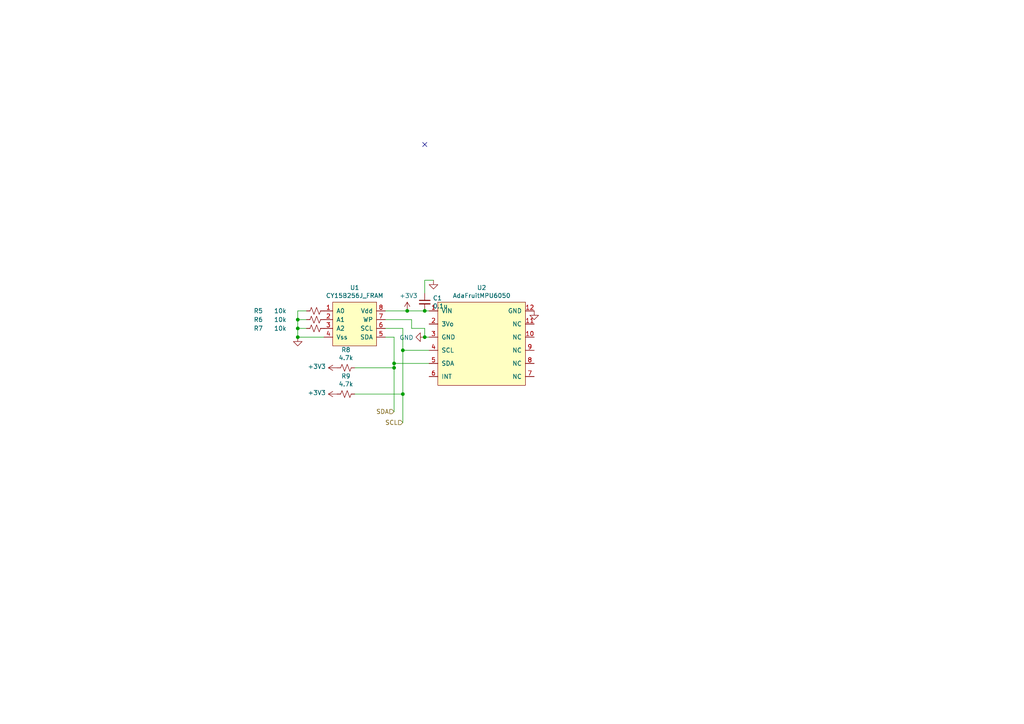
<source format=kicad_sch>
(kicad_sch (version 20231120) (generator "eeschema") (generator_version "8.0")
  (paper "A4")
  (title_block (title "Avionics Board") (rev "A") (company "SilverSat Limited"))
  (lib_symbols
    (symbol "Device:C_Small" (pin_numbers hide) (pin_names (offset 0.254) hide)
      (property "Reference" "C" (at 0.254 1.778 0))
      (property "Value" "C_Small" (at 0.254 -2.032 0))
      (symbol "C_Small_0_1"
        (polyline (pts (xy -1.524 -0.508) (xy 1.524 -0.508)) (stroke (width 0.3302)))
        (polyline (pts (xy -1.524 0.508) (xy 1.524 0.508)) (stroke (width 0.3048)))
      )
      (symbol "C_Small_1_1"
        (pin passive line (at 0 2.54 270) (length 2.032) (name "~") (number "1"))
        (pin passive line (at 0 -2.54 90) (length 2.032) (name "~") (number "2"))
      )
    )
    (symbol "Device:R_Small_US" (pin_numbers hide) (pin_names (offset 0.254) hide)
      (property "Reference" "R" (at 0.762 0.508 0))
      (property "Value" "R_Small_US" (at 0.762 -1.016 0))
      (symbol "R_Small_US_1_1"
        (polyline (pts (xy 0 0) (xy 1.016 -0.381) (xy 0 -0.762) (xy -1.016 -1.143) (xy 0 -1.524)))
        (polyline (pts (xy 0 1.524) (xy 1.016 1.143) (xy 0 0.762) (xy -1.016 0.381) (xy 0 0)))
        (pin passive line (at 0 2.54 270) (length 1.016) (name "~") (number "1"))
        (pin passive line (at 0 -2.54 90) (length 1.016) (name "~") (number "2"))
      )
    )
    (symbol "SilverSat_symbols:AdaFruitMPU6050" (pin_names (offset 1.016))
      (property "Reference" "U" (at 0 0 0))
      (property "Value" "AdaFruitMPU6050" (at 0 0 0))
      (symbol "AdaFruitMPU6050_0_1"
        (rectangle (start -12.7 -6.35) (end 12.7 -30.48) (fill (type background)))
      )
      (symbol "AdaFruitMPU6050_1_1"
        (pin power_in line (at -15.24 -8.89 0) (length 2.54) (name "VIN") (number "1"))
        (pin input line (at 15.24 -16.51 180) (length 2.54) (name "NC") (number "10"))
        (pin input line (at 15.24 -12.7 180) (length 2.54) (name "NC") (number "11"))
        (pin input line (at 15.24 -8.89 180) (length 2.54) (name "GND") (number "12"))
        (pin power_out line (at -15.24 -12.7 0) (length 2.54) (name "3Vo") (number "2"))
        (pin input line (at -15.24 -16.51 0) (length 2.54) (name "GND") (number "3"))
        (pin input line (at -15.24 -20.32 0) (length 2.54) (name "SCL") (number "4"))
        (pin bidirectional line (at -15.24 -24.13 0) (length 2.54) (name "SDA") (number "5"))
        (pin input line (at -15.24 -27.94 0) (length 2.54) (name "INT") (number "6"))
        (pin input line (at 15.24 -27.94 180) (length 2.54) (name "NC") (number "7"))
        (pin input line (at 15.24 -24.13 180) (length 2.54) (name "NC") (number "8"))
        (pin input line (at 15.24 -20.32 180) (length 2.54) (name "NC") (number "9"))
      )
    )
    (symbol "SilverSat_symbols:CY15B256J_FRAM" (pin_names (offset 1.016))
      (property "Reference" "U" (at 0 0 0))
      (property "Value" "CY15B256J_FRAM" (at 0 -2.54 0))
      (symbol "CY15B256J_FRAM_0_1"
        (rectangle (start -6.35 -5.08) (end 6.35 -17.78) (fill (type background)))
      )
      (symbol "CY15B256J_FRAM_1_1"
        (pin input line (at -8.89 -7.62 0) (length 2.54) (name "A0") (number "1"))
        (pin input line (at -8.89 -10.16 0) (length 2.54) (name "A1") (number "2"))
        (pin input line (at -8.89 -12.7 0) (length 2.54) (name "A2") (number "3"))
        (pin power_in line (at -8.89 -15.24 0) (length 2.54) (name "Vss") (number "4"))
        (pin bidirectional line (at 8.89 -15.24 180) (length 2.54) (name "SDA") (number "5"))
        (pin input line (at 8.89 -12.7 180) (length 2.54) (name "SCL") (number "6"))
        (pin input line (at 8.89 -10.16 180) (length 2.54) (name "WP") (number "7"))
        (pin power_in line (at 8.89 -7.62 180) (length 2.54) (name "Vdd") (number "8"))
      )
    )
    (symbol "power:+3.3V" (power) (pin_names (offset 0))
      (property "Value" "+3.3V" (at 0 3.556 0))
      (symbol "+3.3V_0_1"
        (polyline (pts (xy -0.762 1.27) (xy 0 2.54)))
        (polyline (pts (xy 0 0) (xy 0 2.54)))
        (polyline (pts (xy 0 2.54) (xy 0.762 1.27)))
      )
      (symbol "+3.3V_1_1"
        (pin power_in line (at 0 0 90) (length 0) hide (name "+3V3") (number "1"))
      )
    )
    (symbol "power:GND" (power) (pin_names (offset 0))
      (property "Value" "GND" (at 0 -3.81 0))
      (symbol "GND_0_1"
        (polyline (pts (xy 0 0) (xy 0 -1.27) (xy 1.27 -1.27) (xy 0 -2.54) (xy -1.27 -1.27) (xy 0 -1.27)))
      )
      (symbol "GND_1_1"
        (pin power_in line (at 0 0 270) (length 0) hide (name "GND") (number "1"))
      )
    )
  )
  (junction (at 86.36 97.79))
  (junction (at 123.19 97.79))
  (junction (at 118.11 90.17))
  (junction (at 116.84 114.3))
  (junction (at 114.3 105.41))
  (junction (at 116.84 101.6))
  (junction (at 86.36 95.25))
  (junction (at 86.36 92.71))
  (junction (at 114.3 106.68))
  (junction (at 123.19 90.17))
  (no_connect (at 123.19 41.91))
  (wire (pts (xy 86.36 95.25) (xy 86.36 97.79)))
  (wire (pts (xy 124.46 105.41) (xy 114.3 105.41)))
  (wire (pts (xy 111.76 95.25) (xy 116.84 95.25)))
  (wire (pts (xy 123.19 85.09) (xy 123.19 81.28)))
  (wire (pts (xy 114.3 105.41) (xy 114.3 106.68)))
  (wire (pts (xy 86.36 90.17) (xy 86.36 92.71)))
  (wire (pts (xy 86.36 95.25) (xy 88.9 95.25)))
  (wire (pts (xy 111.76 90.17) (xy 118.11 90.17)))
  (wire (pts (xy 86.36 92.71) (xy 86.36 95.25)))
  (wire (pts (xy 124.46 101.6) (xy 116.84 101.6)))
  (wire (pts (xy 111.76 97.79) (xy 114.3 97.79)))
  (wire (pts (xy 119.38 95.25) (xy 119.38 92.71)))
  (wire (pts (xy 116.84 114.3) (xy 116.84 122.555)))
  (wire (pts (xy 118.11 90.17) (xy 123.19 90.17)))
  (wire (pts (xy 123.19 90.17) (xy 124.46 90.17)))
  (wire (pts (xy 123.19 81.28) (xy 125.73 81.28)))
  (wire (pts (xy 116.84 101.6) (xy 116.84 114.3)))
  (wire (pts (xy 114.3 106.68) (xy 114.3 119.38)))
  (wire (pts (xy 86.36 90.17) (xy 88.9 90.17)))
  (wire (pts (xy 86.36 97.79) (xy 93.98 97.79)))
  (wire (pts (xy 124.46 97.79) (xy 123.19 97.79)))
  (wire (pts (xy 114.3 97.79) (xy 114.3 105.41)))
  (wire (pts (xy 123.19 95.25) (xy 119.38 95.25)))
  (wire (pts (xy 123.19 97.79) (xy 123.19 95.25)))
  (wire (pts (xy 86.36 92.71) (xy 88.9 92.71)))
  (wire (pts (xy 102.87 106.68) (xy 114.3 106.68)))
  (wire (pts (xy 119.38 92.71) (xy 111.76 92.71)))
  (wire (pts (xy 116.84 95.25) (xy 116.84 101.6)))
  (wire (pts (xy 102.87 114.3) (xy 116.84 114.3)))
  (hierarchical_label "SCL" (shape input) (at 116.84 122.555 180))
  (hierarchical_label "SDA" (shape input) (at 114.3 119.38 180))
  (symbol (lib_id "SilverSat_symbols:AdaFruitMPU6050") (at 139.7 81.28 0) (unit 1)
    (property "Reference" "U2" (at 139.7 83.439 0))
    (property "Value" "AdaFruitMPU6050" (at 139.7 85.7504 0))
    (property "Footprint" "SilverSat_footprints:MPU_6050" (effects (hide yes)))
    (property "Part_Number" "MPU6050" (effects (hide yes)))
    (property "MPN" "6050" (effects (hide yes)))
    (property "Manufacturer" "Adafruit" (effects (hide yes)))
  )
  (symbol (lib_id "SilverSat_symbols:CY15B256J_FRAM") (at 102.87 82.55 0) (unit 1)
    (property "Reference" "U1" (at 102.87 83.439 0))
    (property "Value" "CY15B256J_FRAM" (at 102.87 85.7504 0))
    (property "Footprint" "Package_SO:SOP-8_5.28x5.23mm_P1.27mm" (effects (hide yes)))
    (property "Part_Number" "CY15B256J" (effects (hide yes)))
  )
  (symbol (lib_id "power:GND") (at 123.19 97.79 270) (unit 1)
    (property "Reference" "#PWR05" (effects (hide yes)))
    (property "Value" "GND" (at 119.9388 97.917 90) (effects (justify right)))
  )
  (symbol (lib_id "power:GND") (at 86.36 97.79 0) (unit 1)
    (property "Reference" "#PWR01" (effects (hide yes)))
    (property "Value" "GND" (effects (hide yes)))
  )
  (symbol (lib_id "Device:R_Small_US") (at 100.33 106.68 270) (unit 1)
    (property "Reference" "R8" (at 100.33 101.473 90))
    (property "Value" "4.7k" (at 100.33 103.7844 90))
    (property "Footprint" "Resistor_SMD:R_0603_1608Metric" (effects (hide yes)))
    (property "Part_Number" "ERJ-3EKF4701V" (effects (hide yes)))
    (property "MPN" "ERJ-3EKF4701V" (effects (hide yes)))
    (property "Manufacturer" "Panasonic" (effects (hide yes)))
  )
  (symbol (lib_id "Device:R_Small_US") (at 100.33 114.3 270) (unit 1)
    (property "Reference" "R9" (at 100.33 109.093 90))
    (property "Value" "4.7k" (at 100.33 111.4044 90))
    (property "Footprint" "Resistor_SMD:R_0603_1608Metric" (effects (hide yes)))
    (property "Part_Number" "ERJ-3EKF4701V" (effects (hide yes)))
    (property "MPN" "ERJ-3EKF4701V" (effects (hide yes)))
    (property "Manufacturer" "Panasonic" (effects (hide yes)))
  )
  (symbol (lib_id "power:+3.3V") (at 97.79 106.68 90) (unit 1)
    (property "Reference" "#PWR03" (effects (hide yes)))
    (property "Value" "+3V3" (at 94.5388 106.299 90) (effects (justify left)))
  )
  (symbol (lib_id "power:+3.3V") (at 118.11 90.17 0) (unit 1)
    (property "Reference" "#PWR04" (effects (hide yes)))
    (property "Value" "+3V3" (at 118.491 85.7758 0))
  )
  (symbol (lib_id "Device:C_Small") (at 123.19 87.63 0) (unit 1)
    (property "Reference" "C1" (at 125.5268 86.4616 0) (effects (justify left)))
    (property "Value" "0.1u" (at 125.5268 88.773 0) (effects (justify left)))
    (property "Footprint" "Capacitor_SMD:C_0603_1608Metric" (effects (hide yes)))
    (property "Part_Number" "06035C104K4Z2A" (effects (hide yes)))
    (property "MPN" "06031C104K4Z2A" (effects (hide yes)))
    (property "Manufacturer" "AVX" (effects (hide yes)))
  )
  (symbol (lib_id "power:GND") (at 154.94 90.17 0) (unit 1)
    (property "Reference" "#PWR02" (effects (hide yes)))
    (property "Value" "GND" (effects (hide yes)))
  )
  (symbol (lib_id "Device:R_Small_US") (at 91.44 90.17 270) (unit 1)
    (property "Reference" "R5" (at 74.93 90.17 90))
    (property "Value" "10k" (at 81.28 90.17 90))
    (property "Footprint" "Resistor_SMD:R_0603_1608Metric" (effects (hide yes)))
    (property "Part_Number" "ERJ-3EKF1002V" (effects (hide yes)))
    (property "MPN" "ERJ-3RBD123V" (effects (hide yes)))
    (property "Manufacturer" "Panasonic" (effects (hide yes)))
  )
  (symbol (lib_id "Device:R_Small_US") (at 91.44 92.71 270) (unit 1)
    (property "Reference" "R6" (at 74.93 92.71 90))
    (property "Value" "10k" (at 81.28 92.71 90))
    (property "Footprint" "Resistor_SMD:R_0603_1608Metric" (effects (hide yes)))
    (property "Part_Number" "ERJ-3EKF1002V" (effects (hide yes)))
    (property "MPN" "ERJ-3RBD123V" (effects (hide yes)))
    (property "Manufacturer" "Panasonic" (effects (hide yes)))
  )
  (symbol (lib_id "Device:R_Small_US") (at 91.44 95.25 270) (unit 1)
    (property "Reference" "R7" (at 74.93 95.25 90))
    (property "Value" "10k" (at 81.28 95.25 90))
    (property "Footprint" "Resistor_SMD:R_0603_1608Metric" (effects (hide yes)))
    (property "Part_Number" "ERJ-3EKF1002V" (effects (hide yes)))
    (property "MPN" "ERJ-3RBD123V" (effects (hide yes)))
    (property "Manufacturer" "Panasonic" (effects (hide yes)))
  )
  (symbol (lib_id "power:+3.3V") (at 97.79 114.3 90) (unit 1)
    (property "Reference" "#PWR034" (effects (hide yes)))
    (property "Value" "+3V3" (at 94.5388 113.919 90) (effects (justify left)))
  )
  (symbol (lib_id "power:GND") (at 125.73 81.28 0) (unit 1)
    (property "Reference" "#PWR035" (effects (hide yes)))
    (property "Value" "GND" (effects (hide yes)))
  )
)
</source>
